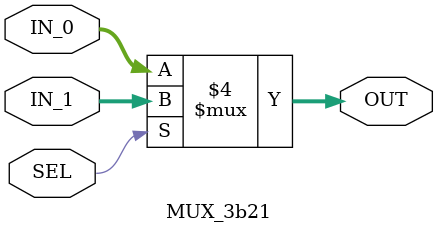
<source format=sv>
module MUX_3b21(input [2:0] IN_0, IN_1, input logic SEL, output logic [2:0] OUT);

	always_comb
	begin
		if(SEL == 1'b0)
			OUT <= IN_0;
		else
			OUT <= IN_1;	
	end

endmodule
</source>
